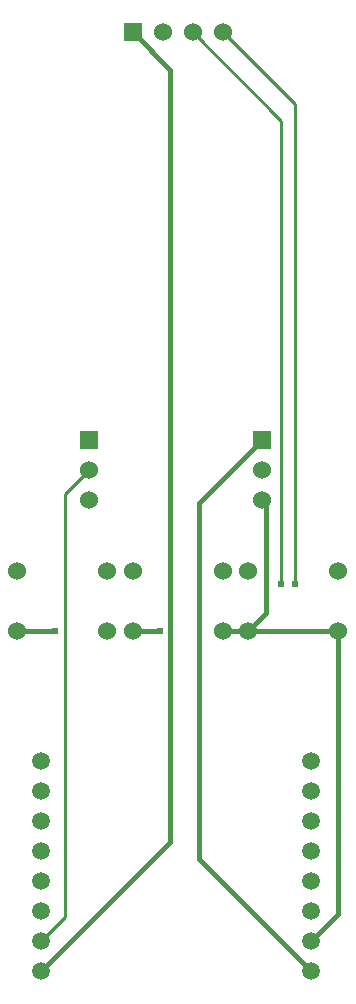
<source format=gbl>
G04 Layer: BottomLayer*
G04 EasyEDA v6.5.47, 2024-10-12 02:41:22*
G04 de610928b34d45079a866c0004aef406,b136c329f792480eb7d0c4728c74c1db,10*
G04 Gerber Generator version 0.2*
G04 Scale: 100 percent, Rotated: No, Reflected: No *
G04 Dimensions in millimeters *
G04 leading zeros omitted , absolute positions ,4 integer and 5 decimal *
%FSLAX45Y45*%
%MOMM*%

%ADD10C,0.4000*%
%ADD11C,0.2540*%
%ADD12C,1.5240*%
%ADD13C,1.5080*%
%ADD14R,1.5240X1.5240*%
%ADD15C,0.6200*%

%LPD*%
D10*
X-368300Y-3670300D02*
G01*
X-139700Y-3670300D01*
X-1143000Y-6553200D02*
G01*
X-50800Y-5461000D01*
X-50800Y1077213D01*
X-369315Y1395729D01*
X-1346200Y-3670300D02*
G01*
X-1028700Y-3670300D01*
X609600Y-3670300D02*
G01*
X762000Y-3517900D01*
X762000Y-2604007D01*
X723392Y-2565400D01*
X609600Y-3670300D02*
G01*
X1371600Y-3670300D01*
X609600Y-3670300D02*
G01*
X393700Y-3670300D01*
X1371600Y-3670300D02*
G01*
X1371600Y-6070600D01*
X1143000Y-6299200D01*
X723392Y-2057400D02*
G01*
X190500Y-2590292D01*
X190500Y-5600700D01*
X1143000Y-6553200D01*
D11*
X-1143000Y-6299200D02*
G01*
X-939800Y-6096000D01*
X-939800Y-2514600D01*
X-736600Y-2311400D01*
X140462Y1395729D02*
G01*
X889000Y647192D01*
X889000Y-3276600D01*
X1003300Y-3276600D02*
G01*
X1003300Y786892D01*
X394462Y1395729D01*
D12*
G01*
X-1346200Y-3162300D03*
G01*
X-1346200Y-3670300D03*
G01*
X-584200Y-3162300D03*
G01*
X-584200Y-3670300D03*
G01*
X-368300Y-3162300D03*
G01*
X-368300Y-3670300D03*
G01*
X393700Y-3162300D03*
G01*
X393700Y-3670300D03*
G01*
X609600Y-3162300D03*
G01*
X609600Y-3670300D03*
G01*
X1371600Y-3162300D03*
G01*
X1371600Y-3670300D03*
D13*
G01*
X1143000Y-6553200D03*
G01*
X-1143000Y-6553200D03*
G01*
X1143000Y-4775200D03*
G01*
X1143000Y-5029200D03*
G01*
X1143000Y-5283200D03*
G01*
X1143000Y-5537200D03*
G01*
X1143000Y-5791200D03*
G01*
X1143000Y-6045200D03*
G01*
X1143000Y-6299200D03*
G01*
X-1143000Y-4775200D03*
G01*
X-1143000Y-5029200D03*
G01*
X-1143000Y-5283200D03*
G01*
X-1143000Y-5537200D03*
G01*
X-1143000Y-5791200D03*
G01*
X-1143000Y-6045200D03*
G01*
X-1143000Y-6299200D03*
D12*
G01*
X-736600Y-2565400D03*
G01*
X-736600Y-2311400D03*
G01*
X723392Y-2311400D03*
G01*
X723392Y-2565400D03*
D14*
G01*
X723392Y-2057400D03*
G01*
X-736600Y-2057400D03*
G01*
X-369341Y1395679D03*
D12*
G01*
X-113537Y1395729D03*
G01*
X140462Y1395729D03*
G01*
X394462Y1395729D03*
D15*
G01*
X1003300Y-3276600D03*
G01*
X889000Y-3276600D03*
G01*
X-1028700Y-3670300D03*
G01*
X-139700Y-3670300D03*
M02*

</source>
